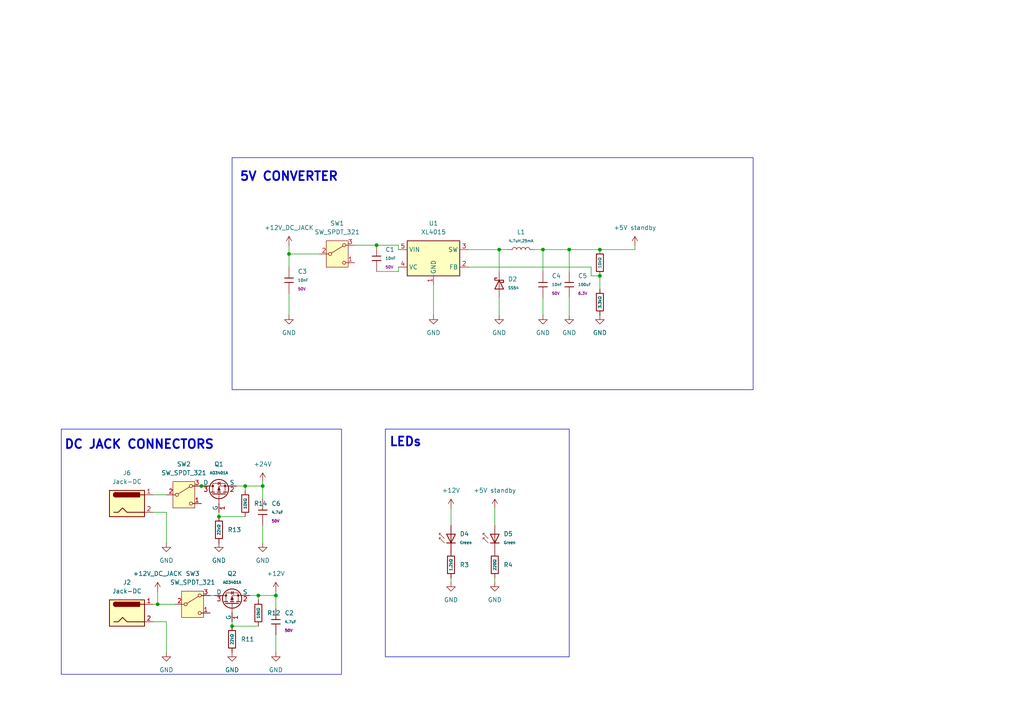
<source format=kicad_sch>
(kicad_sch (version 20231120) (generator "eeschema") (generator_version "8.0")
  (paper "A4")
  (lib_symbols
    (symbol "Connector:Jack-DC" (pin_names (offset 1.016))
      (property "Reference" "J" (at 0 5.334 0))
      (property "Value" "Jack-DC" (at 0 -5.08 0))
      (symbol "Jack-DC_0_1"
        (rectangle (start -5.08 3.81) (end 5.08 -3.81) (stroke (width 0.254)) (fill (type background)))
        (arc (start -3.302 3.175) (mid -3.9343 2.54) (end -3.302 1.905) (stroke (width 0.254)))
        (arc (start -3.302 3.175) (mid -3.9343 2.54) (end -3.302 1.905) (stroke (width 0.254)) (fill (type outline)))
        (polyline (pts (xy 5.08 2.54) (xy 3.81 2.54)) (stroke (width 0.254)))
        (polyline (pts (xy -3.81 -2.54) (xy -2.54 -2.54) (xy -1.27 -1.27) (xy 0 -2.54) (xy 2.54 -2.54) (xy 5.08 -2.54)) (stroke (width 0.254)))
        (rectangle (start 3.683 3.175) (end -3.302 1.905) (stroke (width 0.254)) (fill (type outline)))
      )
      (symbol "Jack-DC_1_1"
        (pin passive line (at 7.62 2.54 180) (length 2.54) (name "~") (number "1"))
        (pin passive line (at 7.62 -2.54 180) (length 2.54) (name "~") (number "2"))
      )
    )
    (symbol "PCM_JLCPCB-Capacitors:0402,10nF" (pin_numbers hide) (pin_names (offset 0))
      (property "Reference" "C" (at 2.032 1.668 0))
      (property "Value" "10nF" (at 2.032 -0.3782 0))
      (property "Voltage Rated" "50V" (at 2.032 -2.0462 0))
      (symbol "0402,10nF_0_1"
        (polyline (pts (xy -1.27 -0.635) (xy 1.27 -0.635)) (stroke (width 0.254)))
        (polyline (pts (xy -1.27 0.635) (xy 1.27 0.635)) (stroke (width 0.254)))
      )
      (symbol "0402,10nF_1_1"
        (pin passive line (at 0 3.81 270) (length 3.175) (name "~") (number "1"))
        (pin passive line (at 0 -3.81 90) (length 3.175) (name "~") (number "2"))
      )
    )
    (symbol "PCM_JLCPCB-Capacitors:1206,100uF" (pin_numbers hide) (pin_names (offset 0))
      (property "Reference" "C" (at 2.032 1.668 0))
      (property "Value" "100uF" (at 2.032 -0.3782 0))
      (property "Voltage Rated" "6.3V" (at 2.032 -2.0462 0))
      (symbol "1206,100uF_0_1"
        (polyline (pts (xy -1.27 -0.635) (xy 1.27 -0.635)) (stroke (width 0.254)))
        (polyline (pts (xy -1.27 0.635) (xy 1.27 0.635)) (stroke (width 0.254)))
      )
      (symbol "1206,100uF_1_1"
        (pin passive line (at 0 3.81 270) (length 3.175) (name "~") (number "1"))
        (pin passive line (at 0 -3.81 90) (length 3.175) (name "~") (number "2"))
      )
    )
    (symbol "PCM_JLCPCB-Capacitors:1206,4.7uF" (pin_numbers hide) (pin_names (offset 0))
      (property "Reference" "C" (at 2.032 1.668 0))
      (property "Value" "4.7uF" (at 2.032 -0.3782 0))
      (property "Voltage Rated" "50V" (at 2.032 -2.0462 0))
      (symbol "1206,4.7uF_0_1"
        (polyline (pts (xy -1.27 -0.635) (xy 1.27 -0.635)) (stroke (width 0.254)))
        (polyline (pts (xy -1.27 0.635) (xy 1.27 0.635)) (stroke (width 0.254)))
      )
      (symbol "1206,4.7uF_1_1"
        (pin passive line (at 0 3.81 270) (length 3.175) (name "~") (number "1"))
        (pin passive line (at 0 -3.81 90) (length 3.175) (name "~") (number "2"))
      )
    )
    (symbol "PCM_JLCPCB-Diodes:LED,0603,Green" (pin_numbers hide) (pin_names (offset 0))
      (property "Reference" "D" (at 2.032 0.834 0))
      (property "Value" "Green" (at 2.032 -1.2122 0))
      (symbol "LED,0603,Green_0_1"
        (polyline (pts (xy -1.27 -1.27) (xy 1.27 -1.27)) (stroke (width 0.254)))
        (polyline (pts (xy -1.27 1.27) (xy 0 -1.27) (xy 1.27 1.27) (xy -1.27 1.27)) (stroke (width 0.254)))
        (polyline (pts (xy -1.905 -1.27) (xy -3.429 0.254) (xy -3.429 -0.254) (xy -3.429 0.254) (xy -2.921 0.254)) (stroke (width 0.127)))
        (polyline (pts (xy -1.905 0) (xy -3.429 1.524) (xy -3.429 1.016) (xy -3.429 1.524) (xy -2.921 1.524)) (stroke (width 0.127)))
      )
      (symbol "LED,0603,Green_1_1"
        (pin passive line (at 0 -3.81 90) (length 3.81) (name "~") (number "1"))
        (pin passive line (at 0 3.81 270) (length 3.81) (name "~") (number "2"))
      )
    )
    (symbol "PCM_JLCPCB-Diodes:Schottky,SS54" (pin_numbers hide) (pin_names (offset 0))
      (property "Reference" "D" (at 2.032 0.834 0))
      (property "Value" "SS54" (at 2.032 -1.2122 0))
      (symbol "Schottky,SS54_0_1"
        (polyline (pts (xy -1.27 1.27) (xy 0 -1.27) (xy 1.27 1.27) (xy -1.27 1.27)) (stroke (width 0.254)))
        (polyline (pts (xy 0.635 -1.905) (xy 1.27 -1.905) (xy 1.27 -1.27) (xy -1.27 -1.27) (xy -1.27 -0.635) (xy -0.635 -0.635)) (stroke (width 0.254)))
      )
      (symbol "Schottky,SS54_1_1"
        (pin passive line (at 0 -3.81 90) (length 3.81) (name "~") (number "1"))
        (pin passive line (at 0 3.81 270) (length 3.81) (name "~") (number "2"))
      )
    )
    (symbol "PCM_JLCPCB-Inductors:4.7uH,25mA" (pin_numbers hide) (pin_names (offset 0))
      (property "Reference" "L" (at 1.2673 0.834 0))
      (property "Value" "4.7uH,25mA" (at 1.2673 -1.2122 0))
      (symbol "4.7uH,25mA_0_1"
        (arc (start 0 -2.54) (mid 0.6323 -1.905) (end 0 -1.27))
        (arc (start 0 -1.27) (mid 0.6323 -0.635) (end 0 0))
        (arc (start 0 0) (mid 0.6323 0.635) (end 0 1.27))
        (arc (start 0 1.27) (mid 0.6323 1.905) (end 0 2.54))
      )
      (symbol "4.7uH,25mA_1_1"
        (pin passive line (at 0 3.81 270) (length 1.27) (name "~") (number "1"))
        (pin passive line (at 0 -3.81 90) (length 1.27) (name "~") (number "2"))
      )
    )
    (symbol "PCM_JLCPCB-Resistors:0402,1.2kΩ" (pin_numbers hide) (pin_names (offset 0))
      (property "Reference" "R" (at 1.778 0 0))
      (property "Value" "1.2kΩ" (at 0 0 90))
      (symbol "0402,1.2kΩ_0_1"
        (rectangle (start -1.016 2.54) (end 1.016 -2.54) (stroke (width 0.254)))
      )
      (symbol "0402,1.2kΩ_1_1"
        (pin passive line (at 0 3.81 270) (length 1.27) (name "~") (number "1"))
        (pin passive line (at 0 -3.81 90) (length 1.27) (name "~") (number "2"))
      )
    )
    (symbol "PCM_JLCPCB-Resistors:0402,220Ω" (pin_numbers hide) (pin_names (offset 0))
      (property "Reference" "R" (at 1.778 0 0))
      (property "Value" "220Ω" (at 0 0 90))
      (symbol "0402,220Ω_0_1"
        (rectangle (start -1.016 2.54) (end 1.016 -2.54) (stroke (width 0.254)))
      )
      (symbol "0402,220Ω_1_1"
        (pin passive line (at 0 3.81 270) (length 1.27) (name "~") (number "1"))
        (pin passive line (at 0 -3.81 90) (length 1.27) (name "~") (number "2"))
      )
    )
    (symbol "PCM_JLCPCB-Resistors:0402,22kΩ" (pin_numbers hide) (pin_names (offset 0))
      (property "Reference" "R" (at 1.778 0 0))
      (property "Value" "22kΩ" (at 0 0 90))
      (symbol "0402,22kΩ_0_1"
        (rectangle (start -1.016 2.54) (end 1.016 -2.54) (stroke (width 0.254)))
      )
      (symbol "0402,22kΩ_1_1"
        (pin passive line (at 0 3.81 270) (length 1.27) (name "~") (number "1"))
        (pin passive line (at 0 -3.81 90) (length 1.27) (name "~") (number "2"))
      )
    )
    (symbol "PCM_JLCPCB-Resistors:0402,3.3kΩ" (pin_numbers hide) (pin_names (offset 0))
      (property "Reference" "R" (at 1.778 0 0))
      (property "Value" "3.3kΩ" (at 0 0 90))
      (symbol "0402,3.3kΩ_0_1"
        (rectangle (start -1.016 2.54) (end 1.016 -2.54) (stroke (width 0.254)))
      )
      (symbol "0402,3.3kΩ_1_1"
        (pin passive line (at 0 3.81 270) (length 1.27) (name "~") (number "1"))
        (pin passive line (at 0 -3.81 90) (length 1.27) (name "~") (number "2"))
      )
    )
    (symbol "PCM_JLCPCB-Resistors:0603,10kΩ" (pin_numbers hide) (pin_names (offset 0))
      (property "Reference" "R" (at 1.778 0 0))
      (property "Value" "10kΩ" (at 0 0 90))
      (symbol "0603,10kΩ_0_1"
        (rectangle (start -1.016 2.54) (end 1.016 -2.54) (stroke (width 0.254)))
      )
      (symbol "0603,10kΩ_1_1"
        (pin passive line (at 0 3.81 270) (length 1.27) (name "~") (number "1"))
        (pin passive line (at 0 -3.81 90) (length 1.27) (name "~") (number "2"))
      )
    )
    (symbol "PCM_JLCPCB-Transistors:PMOS,AO3401A" (pin_names (offset 0))
      (property "Reference" "Q" (at 4.8514 0.834 0))
      (property "Value" "AO3401A" (at 4.8514 -1.2122 0))
      (symbol "PMOS,AO3401A_0_1"
        (polyline (pts (xy 0.254 0) (xy -2.54 0)))
        (polyline (pts (xy 0.254 1.905) (xy 0.254 -1.905)) (stroke (width 0.254)))
        (polyline (pts (xy 0.762 -1.27) (xy 0.762 -2.286)) (stroke (width 0.254)))
        (polyline (pts (xy 0.762 0.508) (xy 0.762 -0.508)) (stroke (width 0.254)))
        (polyline (pts (xy 0.762 2.286) (xy 0.762 1.27)) (stroke (width 0.254)))
        (polyline (pts (xy 2.54 2.54) (xy 2.54 1.778)))
        (polyline (pts (xy 2.54 -2.54) (xy 2.54 0) (xy 0.762 0)))
        (polyline (pts (xy 0.762 1.778) (xy 3.302 1.778) (xy 3.302 -1.778) (xy 0.762 -1.778)))
        (polyline (pts (xy 2.286 0) (xy 1.27 0.381) (xy 1.27 -0.381) (xy 2.286 0)) (fill (type outline)))
        (polyline (pts (xy 2.794 -0.508) (xy 2.921 -0.381) (xy 3.683 -0.381) (xy 3.81 -0.254)))
        (polyline (pts (xy 3.302 -0.381) (xy 2.921 0.254) (xy 3.683 0.254) (xy 3.302 -0.381)))
        (circle (center 1.651 0) (radius 2.794) (stroke (width 0.254)))
        (circle (center 2.54 -1.778) (radius 0.254) (fill (type outline)))
        (circle (center 2.54 1.778) (radius 0.254) (fill (type outline)))
      )
      (symbol "PMOS,AO3401A_1_1"
        (pin input line (at -5.08 0 0) (length 2.54) (name "G") (number "1"))
        (pin passive line (at 2.54 -5.08 90) (length 2.54) (name "S") (number "2"))
        (pin passive line (at 2.54 5.08 270) (length 2.54) (name "D") (number "3"))
      )
    )
    (symbol "Regulator_Switching:XL4015"
      (property "Reference" "U?" (at -6.35 6.35 0))
      (property "Value" "XL4015" (at 6.35 6.35 0))
      (symbol "XL4015_0_1"
        (rectangle (start -7.62 5.08) (end 7.62 -5.08) (stroke (width 0.254)) (fill (type background)))
      )
      (symbol "XL4015_1_1"
        (pin power_in line (at 0 -7.62 90) (length 2.54) (name "GND") (number "1"))
        (pin input line (at 10.16 -2.54 180) (length 2.54) (name "FB") (number "2"))
        (pin power_out line (at 10.16 2.54 180) (length 2.54) (name "SW") (number "3"))
        (pin input line (at -10.16 -2.54 0) (length 2.54) (name "VC") (number "4"))
        (pin power_in line (at -10.16 2.54 0) (length 2.54) (name "VIN") (number "5"))
      )
    )
    (symbol "Switch:SW_SPDT_321" (pin_names (offset 1) hide)
      (property "Reference" "SW" (at 0 5.08 0))
      (property "Value" "SW_SPDT_321" (at 0 -5.08 0))
      (symbol "SW_SPDT_321_0_1"
        (circle (center -2.032 0) (radius 0.4572))
        (polyline (pts (xy -1.651 0.254) (xy 1.651 2.286)))
        (circle (center 2.032 -2.54) (radius 0.4572))
        (circle (center 2.032 2.54) (radius 0.4572))
      )
      (symbol "SW_SPDT_321_1_1"
        (rectangle (start -3.175 3.81) (end 3.175 -3.81) (fill (type background)))
        (pin passive line (at 5.08 -2.54 180) (length 2.54) (name "C") (number "1"))
        (pin passive line (at -5.08 0 0) (length 2.54) (name "B") (number "2"))
        (pin passive line (at 5.08 2.54 180) (length 2.54) (name "A") (number "3"))
      )
    )
    (symbol "power:+12V" (power) (pin_numbers hide) (pin_names (offset 0) hide)
      (property "Value" "+12V" (at 0 3.556 0))
      (symbol "+12V_0_1"
        (polyline (pts (xy -0.762 1.27) (xy 0 2.54)))
        (polyline (pts (xy 0 0) (xy 0 2.54)))
        (polyline (pts (xy 0 2.54) (xy 0.762 1.27)))
      )
      (symbol "+12V_1_1"
        (pin power_in line (at 0 0 90) (length 0) (name "~") (number "1"))
      )
    )
    (symbol "power:+5V" (power) (pin_numbers hide) (pin_names (offset 0) hide)
      (property "Value" "+5V" (at 0 3.556 0))
      (symbol "+5V_0_1"
        (polyline (pts (xy -0.762 1.27) (xy 0 2.54)))
        (polyline (pts (xy 0 0) (xy 0 2.54)))
        (polyline (pts (xy 0 2.54) (xy 0.762 1.27)))
      )
      (symbol "+5V_1_1"
        (pin power_in line (at 0 0 90) (length 0) (name "~") (number "1"))
      )
    )
    (symbol "power:GND" (power) (pin_numbers hide) (pin_names (offset 0) hide)
      (property "Value" "GND" (at 0 -3.81 0))
      (symbol "GND_0_1"
        (polyline (pts (xy 0 0) (xy 0 -1.27) (xy 1.27 -1.27) (xy 0 -2.54) (xy -1.27 -1.27) (xy 0 -1.27)))
      )
      (symbol "GND_1_1"
        (pin power_in line (at 0 0 270) (length 0) (name "~") (number "1"))
      )
    )
  )
  (junction (at 71.12 140.97))
  (junction (at 80.01 172.72))
  (junction (at 67.31 181.61))
  (junction (at 76.2 140.97))
  (junction (at 173.99 72.39))
  (junction (at 157.48 72.39))
  (junction (at 74.93 172.72))
  (junction (at 144.78 72.39))
  (junction (at 45.72 175.26))
  (junction (at 58.42 140.97))
  (junction (at 109.22 71.12))
  (junction (at 63.5 149.86))
  (junction (at 173.99 80.01))
  (junction (at 83.82 73.66))
  (junction (at 165.1 72.39))
  (wire (pts (xy 67.31 181.61) (xy 74.93 181.61)))
  (wire (pts (xy 165.1 86.36) (xy 165.1 91.44)))
  (wire (pts (xy 157.48 72.39) (xy 154.94 72.39)))
  (wire (pts (xy 130.81 147.32) (xy 130.81 152.4)))
  (wire (pts (xy 165.1 72.39) (xy 173.99 72.39)))
  (wire (pts (xy 76.2 139.7) (xy 76.2 140.97)))
  (wire (pts (xy 171.45 80.01) (xy 173.99 80.01)))
  (wire (pts (xy 144.78 86.36) (xy 144.78 91.44)))
  (wire (pts (xy 68.58 140.97) (xy 71.12 140.97)))
  (wire (pts (xy 74.93 172.72) (xy 74.93 173.99)))
  (wire (pts (xy 115.57 78.74) (xy 115.57 77.47)))
  (wire (pts (xy 44.45 180.34) (xy 48.26 180.34)))
  (wire (pts (xy 71.12 140.97) (xy 76.2 140.97)))
  (wire (pts (xy 76.2 152.4) (xy 76.2 157.48)))
  (wire (pts (xy 44.45 148.59) (xy 48.26 148.59)))
  (wire (pts (xy 72.39 172.72) (xy 74.93 172.72)))
  (wire (pts (xy 58.42 140.97) (xy 60.96 140.97)))
  (wire (pts (xy 74.93 172.72) (xy 80.01 172.72)))
  (wire (pts (xy 173.99 72.39) (xy 184.15 72.39)))
  (wire (pts (xy 80.01 171.45) (xy 80.01 172.72)))
  (wire (pts (xy 44.45 143.51) (xy 48.26 143.51)))
  (wire (pts (xy 45.72 171.45) (xy 45.72 175.26)))
  (wire (pts (xy 130.81 167.64) (xy 130.81 168.91)))
  (wire (pts (xy 80.01 172.72) (xy 80.01 176.53)))
  (wire (pts (xy 143.51 147.32) (xy 143.51 152.4)))
  (wire (pts (xy 48.26 148.59) (xy 48.26 157.48)))
  (wire (pts (xy 83.82 85.09) (xy 83.82 91.44)))
  (wire (pts (xy 125.73 82.55) (xy 125.73 91.44)))
  (wire (pts (xy 83.82 71.12) (xy 83.82 73.66)))
  (wire (pts (xy 109.22 78.74) (xy 115.57 78.74)))
  (wire (pts (xy 147.32 72.39) (xy 144.78 72.39)))
  (wire (pts (xy 109.22 71.12) (xy 115.57 71.12)))
  (wire (pts (xy 135.89 72.39) (xy 144.78 72.39)))
  (wire (pts (xy 63.5 149.86) (xy 63.5 148.59)))
  (wire (pts (xy 184.15 71.12) (xy 184.15 72.39)))
  (wire (pts (xy 76.2 140.97) (xy 76.2 144.78)))
  (wire (pts (xy 45.72 175.26) (xy 50.8 175.26)))
  (wire (pts (xy 80.01 184.15) (xy 80.01 189.23)))
  (wire (pts (xy 143.51 167.64) (xy 143.51 168.91)))
  (wire (pts (xy 83.82 73.66) (xy 83.82 77.47)))
  (wire (pts (xy 157.48 78.74) (xy 157.48 72.39)))
  (wire (pts (xy 83.82 73.66) (xy 92.71 73.66)))
  (wire (pts (xy 171.45 77.47) (xy 171.45 80.01)))
  (wire (pts (xy 135.89 77.47) (xy 171.45 77.47)))
  (wire (pts (xy 165.1 72.39) (xy 157.48 72.39)))
  (wire (pts (xy 157.48 86.36) (xy 157.48 91.44)))
  (wire (pts (xy 165.1 78.74) (xy 165.1 72.39)))
  (wire (pts (xy 173.99 80.01) (xy 173.99 83.82)))
  (wire (pts (xy 102.87 71.12) (xy 109.22 71.12)))
  (wire (pts (xy 115.57 71.12) (xy 115.57 72.39)))
  (wire (pts (xy 67.31 181.61) (xy 67.31 180.34)))
  (wire (pts (xy 71.12 140.97) (xy 71.12 142.24)))
  (wire (pts (xy 48.26 180.34) (xy 48.26 189.23)))
  (wire (pts (xy 60.96 172.72) (xy 62.23 172.72)))
  (wire (pts (xy 63.5 149.86) (xy 71.12 149.86)))
  (wire (pts (xy 144.78 72.39) (xy 144.78 78.74)))
  (wire (pts (xy 44.45 175.26) (xy 45.72 175.26)))
  (rectangle (start 17.78 124.46) (end 99.06 195.58))
  (rectangle (start 111.76 124.46) (end 165.1 190.5))
  (rectangle (start 67.31 45.72) (end 218.44 113.03))
  (text "LEDs" (at 117.602 128.27 0) (effects (font (size 2.54 2.54) (thickness 0.508) (bold yes))))
  (text "5V CONVERTER" (at 83.82 51.308 0) (effects (font (size 2.54 2.54) (thickness 0.508) (bold yes))))
  (text "DC JACK CONNECTORS" (at 40.386 129.032 0) (effects (font (size 2.54 2.54) (thickness 0.508) (bold yes))))
  (symbol (lib_id "power:+5V") (at 143.51 147.32 0) (unit 1)
    (property "Reference" "#PWR037" (effects (hide yes)))
    (property "Value" "+5V standby" (at 143.51 142.24 0))
    (property "Description" "Power symbol creates a global label with name \"+5V\"" (effects (hide yes)))
  )
  (symbol (lib_id "PCM_JLCPCB-Resistors:0402,220Ω") (at 143.51 163.83 0) (unit 1)
    (property "Reference" "R4" (at 146.05 163.8299 0) (effects (justify left)))
    (property "Value" "220Ω" (at 143.51 163.83 90) (effects (font (size 0.8 0.8))))
    (property "Footprint" "PCM_JLCPCB:R_0402" (effects (hide yes)))
    (property "Datasheet" "https://www.lcsc.com/datasheet/lcsc_datasheet_2205311900_UNI-ROYAL-Uniroyal-Elec-0402WGF2200TCE_C25091.pdf" (effects (hide yes)))
    (property "Description" "62.5mW Thick Film Resistors 50V ±100ppm/°C ±1% 220Ω 0402 Chip Resistor - Surface Mount ROHS" (effects (hide yes)))
    (property "LCSC" "C25091" (effects (hide yes)))
    (property "Stock" "770077" (effects (hide yes)))
    (property "Price" "0.004USD" (effects (hide yes)))
    (property "Process" "SMT" (effects (hide yes)))
    (property "Minimum Qty" "20" (effects (hide yes)))
    (property "Attrition Qty" "10" (effects (hide yes)))
    (property "Class" "Basic Component" (effects (hide yes)))
    (property "Category" "Resistors,Chip Resistor - Surface Mount" (effects (hide yes)))
    (property "Manufacturer" "UNI-ROYAL(Uniroyal Elec)" (effects (hide yes)))
    (property "Part" "0402WGF2200TCE" (effects (hide yes)))
    (property "Resistance" "220Ω" (effects (hide yes)))
    (property "Power(Watts)" "62.5mW" (effects (hide yes)))
    (property "Type" "Thick Film Resistors" (effects (hide yes)))
    (property "Overload Voltage (Max)" "50V" (effects (hide yes)))
    (property "Operating Temperature Range" "-55°C~+155°C" (effects (hide yes)))
    (property "Tolerance" "±1%" (effects (hide yes)))
    (property "Temperature Coefficient" "±100ppm/°C" (effects (hide yes)))
  )
  (symbol (lib_id "PCM_JLCPCB-Inductors:4.7uH,25mA") (at 151.13 72.39 90) (unit 1)
    (property "Reference" "L1" (at 151.13 67.31 90))
    (property "Value" "4.7uH,25mA" (at 151.13 69.85 90) (effects (font (size 0.8 0.8))))
    (property "Footprint" "PCM_JLCPCB:L_1206" (effects (hide yes)))
    (property "Datasheet" "https://www.lcsc.com/datasheet/lcsc_datasheet_2302231101_FH--Guangdong-Fenghua-Advanced-Tech-CMI321609U4R7KT_C1049.pdf" (effects (hide yes)))
    (property "Description" "25mA 4.7uH ±10% 650mΩ 1206 Inductors (SMD) ROHS" (effects (hide yes)))
    (property "LCSC" "C1049" (effects (hide yes)))
    (property "Stock" "18027" (effects (hide yes)))
    (property "Price" "0.019USD" (effects (hide yes)))
    (property "Process" "SMT" (effects (hide yes)))
    (property "Minimum Qty" "20" (effects (hide yes)))
    (property "Attrition Qty" "10" (effects (hide yes)))
    (property "Class" "Preferred Component" (effects (hide yes)))
    (property "Category" "Inductors/Coils/Transformers,Inductors (SMD)" (effects (hide yes)))
    (property "Manufacturer" "FH(Guangdong Fenghua Advanced Tech)" (effects (hide yes)))
    (property "Part" "CMI321609U4R7KT" (effects (hide yes)))
    (property "Inductance" "4.7uH" (effects (hide yes)))
    (property "Q @ Freq" "35@10MHz" (effects (hide yes)))
    (property "Frequency - Self Resonant" "35MHz" (effects (hide yes)))
    (property "Tolerance" "±10%" (effects (hide yes)))
    (property "Rated Current" "25mA" (effects (hide yes)))
    (property "DC Resistance (DCR)" "650mΩ" (effects (hide yes)))
  )
  (symbol (lib_id "PCM_JLCPCB-Transistors:PMOS,AO3401A") (at 63.5 143.51 90) (unit 1)
    (property "Reference" "Q1" (at 63.5 134.62 90))
    (property "Value" "AO3401A" (at 63.5 137.16 90) (effects (font (size 0.8 0.8))))
    (property "Footprint" "PCM_JLCPCB:Q_SOT-23" (effects (hide yes)))
    (property "Datasheet" "https://www.lcsc.com/datasheet/lcsc_datasheet_1810171817_Alpha---Omega-Semicon-AO3401A_C15127.pdf" (effects (hide yes)))
    (property "Description" "30V 4A 44mΩ@10V,4.3A 1.4W 1.3V@250uA 1 Piece P-Channel SOT-23 MOSFETs ROHS" (effects (hide yes)))
    (property "LCSC" "C15127" (effects (hide yes)))
    (property "Stock" "839541" (effects (hide yes)))
    (property "Price" "0.054USD" (effects (hide yes)))
    (property "Process" "SMT" (effects (hide yes)))
    (property "Minimum Qty" "5" (effects (hide yes)))
    (property "Attrition Qty" "4" (effects (hide yes)))
    (property "Class" "Basic Component" (effects (hide yes)))
    (property "Category" "Transistors,MOSFETs" (effects (hide yes)))
    (property "Manufacturer" "Alpha & Omega Semicon" (effects (hide yes)))
    (property "Part" "AO3401A" (effects (hide yes)))
    (property "Continuous Drain Current (Id)" "4A" (effects (hide yes)))
    (property "Input Capacitance (Ciss@Vds)" "1.2nF@15V" (effects (hide yes)))
    (property "Operating Temperature" "-55°C~+150°C@(Tj)" (effects (hide yes)))
    (property "Type" "1 Piece P-Channel" (effects (hide yes)))
    (property "Drain Source Voltage (Vdss)" "30V" (effects (hide yes)))
    (property "Power Dissipation (Pd)" "1.4W" (effects (hide yes)))
    (property "Gate Threshold Voltage (Vgs(th)@Id)" "1.3V@250uA" (effects (hide yes)))
    (property "Drain Source On Resistance (RDS(on)@Vgs,Id)" "44mΩ@10V,4.3A" (effects (hide yes)))
    (property "Total Gate Charge (Qg@Vgs)" "12.2nC@4.5V" (effects (hide yes)))
  )
  (symbol (lib_id "PCM_JLCPCB-Resistors:0402,3.3kΩ") (at 173.99 87.63 0) (unit 1)
    (property "Reference" "R2" (effects (hide yes)))
    (property "Value" "3.3kΩ" (at 173.99 87.63 90) (effects (font (size 0.8 0.8))))
    (property "Footprint" "PCM_JLCPCB:R_0402" (effects (hide yes)))
    (property "Datasheet" "https://www.lcsc.com/datasheet/lcsc_datasheet_2206010045_UNI-ROYAL-Uniroyal-Elec-0402WGF3301TCE_C25890.pdf" (effects (hide yes)))
    (property "Description" "62.5mW Thick Film Resistors 50V ±100ppm/°C ±1% 3.3kΩ 0402 Chip Resistor - Surface Mount ROHS" (effects (hide yes)))
    (property "LCSC" "C25890" (effects (hide yes)))
    (property "Stock" "771339" (effects (hide yes)))
    (property "Price" "0.004USD" (effects (hide yes)))
    (property "Process" "SMT" (effects (hide yes)))
    (property "Minimum Qty" "20" (effects (hide yes)))
    (property "Attrition Qty" "10" (effects (hide yes)))
    (property "Class" "Basic Component" (effects (hide yes)))
    (property "Category" "Resistors,Chip Resistor - Surface Mount" (effects (hide yes)))
    (property "Manufacturer" "UNI-ROYAL(Uniroyal Elec)" (effects (hide yes)))
    (property "Part" "0402WGF3301TCE" (effects (hide yes)))
    (property "Resistance" "3.3kΩ" (effects (hide yes)))
    (property "Power(Watts)" "62.5mW" (effects (hide yes)))
    (property "Type" "Thick Film Resistors" (effects (hide yes)))
    (property "Overload Voltage (Max)" "50V" (effects (hide yes)))
    (property "Operating Temperature Range" "-55°C~+155°C" (effects (hide yes)))
    (property "Tolerance" "±1%" (effects (hide yes)))
    (property "Temperature Coefficient" "±100ppm/°C" (effects (hide yes)))
  )
  (symbol (lib_id "power:GND") (at 76.2 157.48 0) (unit 1)
    (property "Reference" "#PWR020" (effects (hide yes)))
    (property "Value" "GND" (at 76.2 162.56 0))
    (property "Description" "Power symbol creates a global label with name \"GND\" , ground" (effects (hide yes)))
  )
  (symbol (lib_id "PCM_JLCPCB-Capacitors:1206,100uF") (at 165.1 82.55 0) (unit 1)
    (property "Reference" "C5" (at 167.64 80.0099 0) (effects (justify left)))
    (property "Value" "100uF" (at 167.64 82.55 0) (effects (font (size 0.8 0.8)) (justify left)))
    (property "Footprint" "PCM_JLCPCB:C_1206" (effects (hide yes)))
    (property "Datasheet" "https://www.lcsc.com/datasheet/lcsc_datasheet_2304140030_Samsung-Electro-Mechanics-CL31A107MQHNNNE_C15008.pdf" (effects (hide yes)))
    (property "Description" "6.3V 100uF X5R ±20% 1206 Multilayer Ceramic Capacitors MLCC - SMD/SMT ROHS" (effects (hide yes)))
    (property "LCSC" "C15008" (effects (hide yes)))
    (property "Stock" "168402" (effects (hide yes)))
    (property "Price" "0.063USD" (effects (hide yes)))
    (property "Process" "SMT" (effects (hide yes)))
    (property "Minimum Qty" "5" (effects (hide yes)))
    (property "Attrition Qty" "4" (effects (hide yes)))
    (property "Class" "Basic Component" (effects (hide yes)))
    (property "Category" "Capacitors,Multilayer Ceramic Capacitors MLCC - SMD/SMT" (effects (hide yes)))
    (property "Manufacturer" "Samsung Electro-Mechanics" (effects (hide yes)))
    (property "Part" "CL31A107MQHNNNE" (effects (hide yes)))
    (property "Voltage Rated" "6.3V" (at 167.64 85.09 0) (effects (font (size 0.8 0.8)) (justify left)))
    (property "Tolerance" "±20%" (effects (hide yes)))
    (property "Capacitance" "100uF" (effects (hide yes)))
    (property "Temperature Coefficient" "X5R" (effects (hide yes)))
  )
  (symbol (lib_id "PCM_JLCPCB-Resistors:0402,1.2kΩ") (at 130.81 163.83 0) (unit 1)
    (property "Reference" "R3" (at 133.35 163.8299 0) (effects (justify left)))
    (property "Value" "1.2kΩ" (at 130.81 163.83 90) (effects (font (size 0.8 0.8))))
    (property "Footprint" "PCM_JLCPCB:R_0402" (effects (hide yes)))
    (property "Datasheet" "https://www.lcsc.com/datasheet/lcsc_datasheet_2206010045_UNI-ROYAL-Uniroyal-Elec-0402WGF1201TCE_C25862.pdf" (effects (hide yes)))
    (property "Description" "62.5mW Thick Film Resistors 50V ±100ppm/°C ±1% 1.2kΩ 0402 Chip Resistor - Surface Mount ROHS" (effects (hide yes)))
    (property "LCSC" "C25862" (effects (hide yes)))
    (property "Stock" "116628" (effects (hide yes)))
    (property "Price" "0.004USD" (effects (hide yes)))
    (property "Process" "SMT" (effects (hide yes)))
    (property "Minimum Qty" "20" (effects (hide yes)))
    (property "Attrition Qty" "10" (effects (hide yes)))
    (property "Class" "Preferred Component" (effects (hide yes)))
    (property "Category" "Resistors,Chip Resistor - Surface Mount" (effects (hide yes)))
    (property "Manufacturer" "UNI-ROYAL(Uniroyal Elec)" (effects (hide yes)))
    (property "Part" "0402WGF1201TCE" (effects (hide yes)))
    (property "Resistance" "1.2kΩ" (effects (hide yes)))
    (property "Power(Watts)" "62.5mW" (effects (hide yes)))
    (property "Type" "Thick Film Resistors" (effects (hide yes)))
    (property "Overload Voltage (Max)" "50V" (effects (hide yes)))
    (property "Operating Temperature Range" "-55°C~+155°C" (effects (hide yes)))
    (property "Tolerance" "±1%" (effects (hide yes)))
    (property "Temperature Coefficient" "±100ppm/°C" (effects (hide yes)))
  )
  (symbol (lib_id "PCM_JLCPCB-Capacitors:1206,4.7uF") (at 80.01 180.34 0) (unit 1)
    (property "Reference" "C2" (at 82.55 177.7999 0) (effects (justify left)))
    (property "Value" "4.7uF" (at 82.55 180.34 0) (effects (font (size 0.8 0.8)) (justify left)))
    (property "Footprint" "PCM_JLCPCB:C_1206" (effects (hide yes)))
    (property "Datasheet" "https://www.lcsc.com/datasheet/lcsc_datasheet_2304140030_FH--Guangdong-Fenghua-Advanced-Tech-1206B475K500NT_C29823.pdf" (effects (hide yes)))
    (property "Description" "50V 4.7uF X7R ±10% 1206 Multilayer Ceramic Capacitors MLCC - SMD/SMT ROHS" (effects (hide yes)))
    (property "LCSC" "C29823" (effects (hide yes)))
    (property "Stock" "351206" (effects (hide yes)))
    (property "Price" "0.031USD" (effects (hide yes)))
    (property "Process" "SMT" (effects (hide yes)))
    (property "Minimum Qty" "20" (effects (hide yes)))
    (property "Attrition Qty" "8" (effects (hide yes)))
    (property "Class" "Basic Component" (effects (hide yes)))
    (property "Category" "Capacitors,Multilayer Ceramic Capacitors MLCC - SMD/SMT" (effects (hide yes)))
    (property "Manufacturer" "FH(Guangdong Fenghua Advanced Tech)" (effects (hide yes)))
    (property "Part" "1206B475K500NT" (effects (hide yes)))
    (property "Voltage Rated" "50V" (at 82.55 182.88 0) (effects (font (size 0.8 0.8)) (justify left)))
    (property "Tolerance" "±10%" (effects (hide yes)))
    (property "Capacitance" "4.7uF" (effects (hide yes)))
    (property "Temperature Coefficient" "X7R" (effects (hide yes)))
  )
  (symbol (lib_id "power:GND") (at 173.99 91.44 0) (unit 1)
    (property "Reference" "#PWR031" (effects (hide yes)))
    (property "Value" "GND" (at 173.99 96.52 0))
    (property "Description" "Power symbol creates a global label with name \"GND\" , ground" (effects (hide yes)))
  )
  (symbol (lib_id "power:+12V") (at 45.72 171.45 0) (unit 1)
    (property "Reference" "#PWR045" (effects (hide yes)))
    (property "Value" "+12V_DC_JACK" (at 45.72 166.37 0))
    (property "Description" "Power symbol creates a global label with name \"+12V\"" (effects (hide yes)))
  )
  (symbol (lib_id "PCM_JLCPCB-Resistors:0402,22kΩ") (at 67.31 185.42 0) (unit 1)
    (property "Reference" "R11" (at 69.85 185.4199 0) (effects (justify left)))
    (property "Value" "22kΩ" (at 67.31 185.42 90) (effects (font (size 0.8 0.8))))
    (property "Footprint" "PCM_JLCPCB:R_0402" (effects (hide yes)))
    (property "Datasheet" "https://www.lcsc.com/datasheet/lcsc_datasheet_2206010100_UNI-ROYAL-Uniroyal-Elec-0402WGF2202TCE_C25768.pdf" (effects (hide yes)))
    (property "Description" "62.5mW Thick Film Resistors 50V ±100ppm/°C ±1% 22kΩ 0402 Chip Resistor - Surface Mount ROHS" (effects (hide yes)))
    (property "LCSC" "C25768" (effects (hide yes)))
    (property "Stock" "474609" (effects (hide yes)))
    (property "Price" "0.004USD" (effects (hide yes)))
    (property "Process" "SMT" (effects (hide yes)))
    (property "Minimum Qty" "20" (effects (hide yes)))
    (property "Attrition Qty" "10" (effects (hide yes)))
    (property "Class" "Basic Component" (effects (hide yes)))
    (property "Category" "Resistors,Chip Resistor - Surface Mount" (effects (hide yes)))
    (property "Manufacturer" "UNI-ROYAL(Uniroyal Elec)" (effects (hide yes)))
    (property "Part" "0402WGF2202TCE" (effects (hide yes)))
    (property "Resistance" "22kΩ" (effects (hide yes)))
    (property "Power(Watts)" "62.5mW" (effects (hide yes)))
    (property "Type" "Thick Film Resistors" (effects (hide yes)))
    (property "Overload Voltage (Max)" "50V" (effects (hide yes)))
    (property "Operating Temperature Range" "-55°C~+155°C" (effects (hide yes)))
    (property "Tolerance" "±1%" (effects (hide yes)))
    (property "Temperature Coefficient" "±100ppm/°C" (effects (hide yes)))
  )
  (symbol (lib_id "power:GND") (at 48.26 189.23 0) (unit 1)
    (property "Reference" "#PWR011" (effects (hide yes)))
    (property "Value" "GND" (at 48.26 194.31 0))
    (property "Description" "Power symbol creates a global label with name \"GND\" , ground" (effects (hide yes)))
  )
  (symbol (lib_id "PCM_JLCPCB-Capacitors:1206,4.7uF") (at 76.2 148.59 0) (unit 1)
    (property "Reference" "C6" (at 78.74 146.0499 0) (effects (justify left)))
    (property "Value" "4.7uF" (at 78.74 148.59 0) (effects (font (size 0.8 0.8)) (justify left)))
    (property "Footprint" "PCM_JLCPCB:C_1206" (effects (hide yes)))
    (property "Datasheet" "https://www.lcsc.com/datasheet/lcsc_datasheet_2304140030_FH--Guangdong-Fenghua-Advanced-Tech-1206B475K500NT_C29823.pdf" (effects (hide yes)))
    (property "Description" "50V 4.7uF X7R ±10% 1206 Multilayer Ceramic Capacitors MLCC - SMD/SMT ROHS" (effects (hide yes)))
    (property "LCSC" "C29823" (effects (hide yes)))
    (property "Stock" "351206" (effects (hide yes)))
    (property "Price" "0.031USD" (effects (hide yes)))
    (property "Process" "SMT" (effects (hide yes)))
    (property "Minimum Qty" "20" (effects (hide yes)))
    (property "Attrition Qty" "8" (effects (hide yes)))
    (property "Class" "Basic Component" (effects (hide yes)))
    (property "Category" "Capacitors,Multilayer Ceramic Capacitors MLCC - SMD/SMT" (effects (hide yes)))
    (property "Manufacturer" "FH(Guangdong Fenghua Advanced Tech)" (effects (hide yes)))
    (property "Part" "1206B475K500NT" (effects (hide yes)))
    (property "Voltage Rated" "50V" (at 78.74 151.13 0) (effects (font (size 0.8 0.8)) (justify left)))
    (property "Tolerance" "±10%" (effects (hide yes)))
    (property "Capacitance" "4.7uF" (effects (hide yes)))
    (property "Temperature Coefficient" "X7R" (effects (hide yes)))
  )
  (symbol (lib_id "PCM_JLCPCB-Resistors:0603,10kΩ") (at 74.93 177.8 180) (unit 1)
    (property "Reference" "R12" (at 77.47 177.7999 0) (effects (justify right)))
    (property "Value" "10kΩ" (at 74.93 177.8 90) (effects (font (size 0.8 0.8))))
    (property "Footprint" "PCM_JLCPCB:R_0603" (effects (hide yes)))
    (property "Datasheet" "https://www.lcsc.com/datasheet/lcsc_datasheet_2206010045_UNI-ROYAL-Uniroyal-Elec-0603WAF1002T5E_C25804.pdf" (effects (hide yes)))
    (property "Description" "100mW Thick Film Resistors 75V ±100ppm/°C ±1% 10kΩ 0603 Chip Resistor - Surface Mount ROHS" (effects (hide yes)))
    (property "LCSC" "C25804" (effects (hide yes)))
    (property "Stock" "33919537" (effects (hide yes)))
    (property "Price" "0.004USD" (effects (hide yes)))
    (property "Process" "SMT" (effects (hide yes)))
    (property "Minimum Qty" "20" (effects (hide yes)))
    (property "Attrition Qty" "10" (effects (hide yes)))
    (property "Class" "Basic Component" (effects (hide yes)))
    (property "Category" "Resistors,Chip Resistor - Surface Mount" (effects (hide yes)))
    (property "Manufacturer" "UNI-ROYAL(Uniroyal Elec)" (effects (hide yes)))
    (property "Part" "0603WAF1002T5E" (effects (hide yes)))
    (property "Resistance" "10kΩ" (effects (hide yes)))
    (property "Power(Watts)" "100mW" (effects (hide yes)))
    (property "Type" "Thick Film Resistors" (effects (hide yes)))
    (property "Overload Voltage (Max)" "75V" (effects (hide yes)))
    (property "Operating Temperature Range" "-55°C~+155°C" (effects (hide yes)))
    (property "Tolerance" "±1%" (effects (hide yes)))
    (property "Temperature Coefficient" "±100ppm/°C" (effects (hide yes)))
  )
  (symbol (lib_id "power:GND") (at 165.1 91.44 0) (unit 1)
    (property "Reference" "#PWR030" (effects (hide yes)))
    (property "Value" "GND" (at 165.1 96.52 0))
    (property "Description" "Power symbol creates a global label with name \"GND\" , ground" (effects (hide yes)))
  )
  (symbol (lib_id "PCM_JLCPCB-Diodes:LED,0603,Green") (at 130.81 156.21 0) (unit 1)
    (property "Reference" "D4" (at 133.35 154.8446 0) (effects (justify left)))
    (property "Value" "Green" (at 133.35 157.3847 0) (effects (font (size 0.8 0.8)) (justify left)))
    (property "Footprint" "PCM_JLCPCB:D_0603" (effects (hide yes)))
    (property "Datasheet" "https://wmsc.lcsc.com/wmsc/upload/file/pdf/v2/lcsc/2207051802_Everlight-Elec-19-217-GHC-YR1S2-6T_C2986059.pdf" (effects (hide yes)))
    (property "Description" "0603 LED Indication - Discrete ROHS" (effects (hide yes)))
    (property "LCSC" "C2986059" (effects (hide yes)))
    (property "Stock" "248102" (effects (hide yes)))
    (property "Price" "0.021USD" (effects (hide yes)))
    (property "Process" "SMT" (effects (hide yes)))
    (property "Minimum Qty" "20" (effects (hide yes)))
    (property "Attrition Qty" "8" (effects (hide yes)))
    (property "Class" "Preferred Component" (effects (hide yes)))
    (property "Category" "Optocoupler/LED/Digital Tube/Photoelectric Device,Light Emitting Diodes (LED)" (effects (hide yes)))
    (property "Manufacturer" "Everlight Elec" (effects (hide yes)))
    (property "Part" "19-217/GHC-YR1S2/6T" (effects (hide yes)))
  )
  (symbol (lib_id "PCM_JLCPCB-Capacitors:0402,10nF") (at 157.48 82.55 0) (unit 1)
    (property "Reference" "C4" (at 160.02 80.0099 0) (effects (justify left)))
    (property "Value" "10nF" (at 160.02 82.55 0) (effects (font (size 0.8 0.8)) (justify left)))
    (property "Footprint" "PCM_JLCPCB:C_0402" (effects (hide yes)))
    (property "Datasheet" "https://www.lcsc.com/datasheet/lcsc_datasheet_2304140030_Samsung-Electro-Mechanics-CL05B103KB5NNNC_C15195.pdf" (effects (hide yes)))
    (property "Description" "50V 10nF X7R ±10% 0402 Multilayer Ceramic Capacitors MLCC - SMD/SMT ROHS" (effects (hide yes)))
    (property "LCSC" "C15195" (effects (hide yes)))
    (property "Stock" "1714779" (effects (hide yes)))
    (property "Price" "0.005USD" (effects (hide yes)))
    (property "Process" "SMT" (effects (hide yes)))
    (property "Minimum Qty" "20" (effects (hide yes)))
    (property "Attrition Qty" "10" (effects (hide yes)))
    (property "Class" "Basic Component" (effects (hide yes)))
    (property "Category" "Capacitors,Multilayer Ceramic Capacitors MLCC - SMD/SMT" (effects (hide yes)))
    (property "Manufacturer" "Samsung Electro-Mechanics" (effects (hide yes)))
    (property "Part" "CL05B103KB5NNNC" (effects (hide yes)))
    (property "Voltage Rated" "50V" (at 160.02 85.09 0) (effects (font (size 0.8 0.8)) (justify left)))
    (property "Tolerance" "±10%" (effects (hide yes)))
    (property "Capacitance" "10nF" (effects (hide yes)))
    (property "Temperature Coefficient" "X7R" (effects (hide yes)))
  )
  (symbol (lib_id "power:GND") (at 130.81 168.91 0) (unit 1)
    (property "Reference" "#PWR017" (effects (hide yes)))
    (property "Value" "GND" (at 130.81 173.99 0))
    (property "Description" "Power symbol creates a global label with name \"GND\" , ground" (effects (hide yes)))
  )
  (symbol (lib_id "PCM_JLCPCB-Transistors:PMOS,AO3401A") (at 67.31 175.26 90) (unit 1)
    (property "Reference" "Q2" (at 67.31 166.37 90))
    (property "Value" "AO3401A" (at 67.31 168.91 90) (effects (font (size 0.8 0.8))))
    (property "Footprint" "PCM_JLCPCB:Q_SOT-23" (effects (hide yes)))
    (property "Datasheet" "https://www.lcsc.com/datasheet/lcsc_datasheet_1810171817_Alpha---Omega-Semicon-AO3401A_C15127.pdf" (effects (hide yes)))
    (property "Description" "30V 4A 44mΩ@10V,4.3A 1.4W 1.3V@250uA 1 Piece P-Channel SOT-23 MOSFETs ROHS" (effects (hide yes)))
    (property "LCSC" "C15127" (effects (hide yes)))
    (property "Stock" "839541" (effects (hide yes)))
    (property "Price" "0.054USD" (effects (hide yes)))
    (property "Process" "SMT" (effects (hide yes)))
    (property "Minimum Qty" "5" (effects (hide yes)))
    (property "Attrition Qty" "4" (effects (hide yes)))
    (property "Class" "Basic Component" (effects (hide yes)))
    (property "Category" "Transistors,MOSFETs" (effects (hide yes)))
    (property "Manufacturer" "Alpha & Omega Semicon" (effects (hide yes)))
    (property "Part" "AO3401A" (effects (hide yes)))
    (property "Continuous Drain Current (Id)" "4A" (effects (hide yes)))
    (property "Input Capacitance (Ciss@Vds)" "1.2nF@15V" (effects (hide yes)))
    (property "Operating Temperature" "-55°C~+150°C@(Tj)" (effects (hide yes)))
    (property "Type" "1 Piece P-Channel" (effects (hide yes)))
    (property "Drain Source Voltage (Vdss)" "30V" (effects (hide yes)))
    (property "Power Dissipation (Pd)" "1.4W" (effects (hide yes)))
    (property "Gate Threshold Voltage (Vgs(th)@Id)" "1.3V@250uA" (effects (hide yes)))
    (property "Drain Source On Resistance (RDS(on)@Vgs,Id)" "44mΩ@10V,4.3A" (effects (hide yes)))
    (property "Total Gate Charge (Qg@Vgs)" "12.2nC@4.5V" (effects (hide yes)))
  )
  (symbol (lib_id "power:GND") (at 157.48 91.44 0) (unit 1)
    (property "Reference" "#PWR029" (effects (hide yes)))
    (property "Value" "GND" (at 157.48 96.52 0))
    (property "Description" "Power symbol creates a global label with name \"GND\" , ground" (effects (hide yes)))
  )
  (symbol (lib_id "power:GND") (at 144.78 91.44 0) (unit 1)
    (property "Reference" "#PWR027" (effects (hide yes)))
    (property "Value" "GND" (at 144.78 96.52 0))
    (property "Description" "Power symbol creates a global label with name \"GND\" , ground" (effects (hide yes)))
  )
  (symbol (lib_id "power:+12V") (at 83.82 71.12 0) (unit 1)
    (property "Reference" "#PWR019" (effects (hide yes)))
    (property "Value" "+12V_DC_JACK" (at 83.82 66.04 0))
    (property "Description" "Power symbol creates a global label with name \"+12V\"" (effects (hide yes)))
  )
  (symbol (lib_id "PCM_JLCPCB-Resistors:0402,22kΩ") (at 63.5 153.67 0) (unit 1)
    (property "Reference" "R13" (at 66.04 153.6699 0) (effects (justify left)))
    (property "Value" "22kΩ" (at 63.5 153.67 90) (effects (font (size 0.8 0.8))))
    (property "Footprint" "PCM_JLCPCB:R_0402" (effects (hide yes)))
    (property "Datasheet" "https://www.lcsc.com/datasheet/lcsc_datasheet_2206010100_UNI-ROYAL-Uniroyal-Elec-0402WGF2202TCE_C25768.pdf" (effects (hide yes)))
    (property "Description" "62.5mW Thick Film Resistors 50V ±100ppm/°C ±1% 22kΩ 0402 Chip Resistor - Surface Mount ROHS" (effects (hide yes)))
    (property "LCSC" "C25768" (effects (hide yes)))
    (property "Stock" "474609" (effects (hide yes)))
    (property "Price" "0.004USD" (effects (hide yes)))
    (property "Process" "SMT" (effects (hide yes)))
    (property "Minimum Qty" "20" (effects (hide yes)))
    (property "Attrition Qty" "10" (effects (hide yes)))
    (property "Class" "Basic Component" (effects (hide yes)))
    (property "Category" "Resistors,Chip Resistor - Surface Mount" (effects (hide yes)))
    (property "Manufacturer" "UNI-ROYAL(Uniroyal Elec)" (effects (hide yes)))
    (property "Part" "0402WGF2202TCE" (effects (hide yes)))
    (property "Resistance" "22kΩ" (effects (hide yes)))
    (property "Power(Watts)" "62.5mW" (effects (hide yes)))
    (property "Type" "Thick Film Resistors" (effects (hide yes)))
    (property "Overload Voltage (Max)" "50V" (effects (hide yes)))
    (property "Operating Temperature Range" "-55°C~+155°C" (effects (hide yes)))
    (property "Tolerance" "±1%" (effects (hide yes)))
    (property "Temperature Coefficient" "±100ppm/°C" (effects (hide yes)))
  )
  (symbol (lib_id "power:+12V") (at 80.01 171.45 0) (unit 1)
    (property "Reference" "#PWR016" (effects (hide yes)))
    (property "Value" "+12V" (at 80.01 166.37 0))
    (property "Description" "Power symbol creates a global label with name \"+12V\"" (effects (hide yes)))
  )
  (symbol (lib_id "power:GND") (at 48.26 157.48 0) (unit 1)
    (property "Reference" "#PWR03" (effects (hide yes)))
    (property "Value" "GND" (at 48.26 162.56 0))
    (property "Description" "Power symbol creates a global label with name \"GND\" , ground" (effects (hide yes)))
  )
  (symbol (lib_id "Connector:Jack-DC") (at 36.83 146.05 0) (unit 1)
    (property "Reference" "J6" (at 36.83 137.16 0))
    (property "Value" "Jack-DC" (at 36.83 139.7 0))
    (property "Description" "DC Barrel Jack" (effects (hide yes)))
  )
  (symbol (lib_id "Regulator_Switching:XL4015") (at 125.73 74.93 0) (unit 1)
    (property "Reference" "U1" (at 125.73 64.77 0))
    (property "Value" "XL4015" (at 125.73 67.31 0))
    (property "Footprint" "Package_TO_SOT_SMD:TO-263-5_TabPin3" (effects (hide yes)))
    (property "Datasheet" "http://www.xlsemi.net/datasheet/XL4015%20datasheet-English.pdf" (effects (hide yes)))
    (property "Description" "5A 180kHz 36V Buck DC to DC Converter" (effects (hide yes)))
  )
  (symbol (lib_id "power:GND") (at 125.73 91.44 0) (unit 1)
    (property "Reference" "#PWR025" (effects (hide yes)))
    (property "Value" "GND" (at 125.73 96.52 0))
    (property "Description" "Power symbol creates a global label with name \"GND\" , ground" (effects (hide yes)))
  )
  (symbol (lib_id "power:GND") (at 143.51 168.91 0) (unit 1)
    (property "Reference" "#PWR038" (effects (hide yes)))
    (property "Value" "GND" (at 143.51 173.99 0))
    (property "Description" "Power symbol creates a global label with name \"GND\" , ground" (effects (hide yes)))
  )
  (symbol (lib_id "PCM_JLCPCB-Capacitors:0402,10nF") (at 109.22 74.93 0) (unit 1)
    (property "Reference" "C1" (at 111.76 72.3899 0) (effects (justify left)))
    (property "Value" "10nF" (at 111.76 74.93 0) (effects (font (size 0.8 0.8)) (justify left)))
    (property "Footprint" "PCM_JLCPCB:C_0402" (effects (hide yes)))
    (property "Datasheet" "https://www.lcsc.com/datasheet/lcsc_datasheet_2304140030_Samsung-Electro-Mechanics-CL05B103KB5NNNC_C15195.pdf" (effects (hide yes)))
    (property "Description" "50V 10nF X7R ±10% 0402 Multilayer Ceramic Capacitors MLCC - SMD/SMT ROHS" (effects (hide yes)))
    (property "LCSC" "C15195" (effects (hide yes)))
    (property "Stock" "1714779" (effects (hide yes)))
    (property "Price" "0.005USD" (effects (hide yes)))
    (property "Process" "SMT" (effects (hide yes)))
    (property "Minimum Qty" "20" (effects (hide yes)))
    (property "Attrition Qty" "10" (effects (hide yes)))
    (property "Class" "Basic Component" (effects (hide yes)))
    (property "Category" "Capacitors,Multilayer Ceramic Capacitors MLCC - SMD/SMT" (effects (hide yes)))
    (property "Manufacturer" "Samsung Electro-Mechanics" (effects (hide yes)))
    (property "Part" "CL05B103KB5NNNC" (effects (hide yes)))
    (property "Voltage Rated" "50V" (at 111.76 77.47 0) (effects (font (size 0.8 0.8)) (justify left)))
    (property "Tolerance" "±10%" (effects (hide yes)))
    (property "Capacitance" "10nF" (effects (hide yes)))
    (property "Temperature Coefficient" "X7R" (effects (hide yes)))
  )
  (symbol (lib_id "PCM_JLCPCB-Capacitors:0402,10nF") (at 83.82 81.28 0) (unit 1)
    (property "Reference" "C3" (at 86.36 78.7399 0) (effects (justify left)))
    (property "Value" "10nF" (at 86.36 81.28 0) (effects (font (size 0.8 0.8)) (justify left)))
    (property "Footprint" "PCM_JLCPCB:C_0402" (effects (hide yes)))
    (property "Datasheet" "https://www.lcsc.com/datasheet/lcsc_datasheet_2304140030_Samsung-Electro-Mechanics-CL05B103KB5NNNC_C15195.pdf" (effects (hide yes)))
    (property "Description" "50V 10nF X7R ±10% 0402 Multilayer Ceramic Capacitors MLCC - SMD/SMT ROHS" (effects (hide yes)))
    (property "LCSC" "C15195" (effects (hide yes)))
    (property "Stock" "1714779" (effects (hide yes)))
    (property "Price" "0.005USD" (effects (hide yes)))
    (property "Process" "SMT" (effects (hide yes)))
    (property "Minimum Qty" "20" (effects (hide yes)))
    (property "Attrition Qty" "10" (effects (hide yes)))
    (property "Class" "Basic Component" (effects (hide yes)))
    (property "Category" "Capacitors,Multilayer Ceramic Capacitors MLCC - SMD/SMT" (effects (hide yes)))
    (property "Manufacturer" "Samsung Electro-Mechanics" (effects (hide yes)))
    (property "Part" "CL05B103KB5NNNC" (effects (hide yes)))
    (property "Voltage Rated" "50V" (at 86.36 83.82 0) (effects (font (size 0.8 0.8)) (justify left)))
    (property "Tolerance" "±10%" (effects (hide yes)))
    (property "Capacitance" "10nF" (effects (hide yes)))
    (property "Temperature Coefficient" "X7R" (effects (hide yes)))
  )
  (symbol (lib_id "power:+5V") (at 184.15 71.12 0) (unit 1)
    (property "Reference" "#PWR033" (effects (hide yes)))
    (property "Value" "+5V standby" (at 184.15 66.04 0))
    (property "Description" "Power symbol creates a global label with name \"+5V\"" (effects (hide yes)))
  )
  (symbol (lib_id "power:+12V") (at 130.81 147.32 0) (unit 1)
    (property "Reference" "#PWR036" (effects (hide yes)))
    (property "Value" "+12V" (at 130.81 142.24 0))
    (property "Description" "Power symbol creates a global label with name \"+12V\"" (effects (hide yes)))
  )
  (symbol (lib_id "Connector:Jack-DC") (at 36.83 177.8 0) (unit 1)
    (property "Reference" "J2" (at 36.83 168.91 0))
    (property "Value" "Jack-DC" (at 36.83 171.45 0))
    (property "Description" "DC Barrel Jack" (effects (hide yes)))
  )
  (symbol (lib_id "Switch:SW_SPDT_321") (at 97.79 73.66 0) (unit 1)
    (property "Reference" "SW1" (at 97.79 64.77 0))
    (property "Value" "SW_SPDT_321" (at 97.79 67.31 0))
    (property "Footprint" "SW_toggle:SW_Toggle_Blue_wSlots" (effects (hide yes)))
    (property "Description" "Switch, single pole double throw" (effects (hide yes)))
  )
  (symbol (lib_id "PCM_JLCPCB-Diodes:Schottky,SS54") (at 144.78 82.55 180) (unit 1)
    (property "Reference" "D2" (at 147.32 80.9624 0) (effects (justify right)))
    (property "Value" "SS54" (at 147.32 83.5025 0) (effects (font (size 0.8 0.8)) (justify right)))
    (property "Footprint" "PCM_JLCPCB:D_SMA" (effects (hide yes)))
    (property "Datasheet" "https://www.lcsc.com/datasheet/lcsc_datasheet_2407101107_MDD-Microdiode-Semiconductor-SS54_C22452.pdf" (effects (hide yes)))
    (property "Description" "40V Independent Type 550mV@5A 5A SMA(DO-214AC) Schottky Diodes ROHS" (effects (hide yes)))
    (property "LCSC" "C22452" (effects (hide yes)))
    (property "Stock" "621929" (effects (hide yes)))
    (property "Price" "0.043USD" (effects (hide yes)))
    (property "Process" "SMT" (effects (hide yes)))
    (property "Minimum Qty" "5" (effects (hide yes)))
    (property "Attrition Qty" "4" (effects (hide yes)))
    (property "Class" "Basic Component" (effects (hide yes)))
    (property "Category" "Diodes,Schottky Barrier Diodes (SBD)" (effects (hide yes)))
    (property "Manufacturer" "MDD（Microdiode Electronics）" (effects (hide yes)))
    (property "Part" "SS54" (effects (hide yes)))
    (property "Rectified Current" "5A" (effects (hide yes)))
    (property "Forward Voltage (Vf@If)" "550mV@5A" (effects (hide yes)))
    (property "Reverse Voltage (Vr)" "40V" (effects (hide yes)))
    (property "Diode Configuration" "Independent Type" (effects (hide yes)))
    (property "Reverse Leakage Current (Ir)" "1mA@40V" (effects (hide yes)))
  )
  (symbol (lib_id "power:GND") (at 67.31 189.23 0) (unit 1)
    (property "Reference" "#PWR064" (effects (hide yes)))
    (property "Value" "GND" (at 67.31 194.31 0))
    (property "Description" "Power symbol creates a global label with name \"GND\" , ground" (effects (hide yes)))
  )
  (symbol (lib_id "PCM_JLCPCB-Resistors:0603,10kΩ") (at 71.12 146.05 180) (unit 1)
    (property "Reference" "R14" (at 73.66 146.0499 0) (effects (justify right)))
    (property "Value" "10kΩ" (at 71.12 146.05 90) (effects (font (size 0.8 0.8))))
    (property "Footprint" "PCM_JLCPCB:R_0603" (effects (hide yes)))
    (property "Datasheet" "https://www.lcsc.com/datasheet/lcsc_datasheet_2206010045_UNI-ROYAL-Uniroyal-Elec-0603WAF1002T5E_C25804.pdf" (effects (hide yes)))
    (property "Description" "100mW Thick Film Resistors 75V ±100ppm/°C ±1% 10kΩ 0603 Chip Resistor - Surface Mount ROHS" (effects (hide yes)))
    (property "LCSC" "C25804" (effects (hide yes)))
    (property "Stock" "33919537" (effects (hide yes)))
    (property "Price" "0.004USD" (effects (hide yes)))
    (property "Process" "SMT" (effects (hide yes)))
    (property "Minimum Qty" "20" (effects (hide yes)))
    (property "Attrition Qty" "10" (effects (hide yes)))
    (property "Class" "Basic Component" (effects (hide yes)))
    (property "Category" "Resistors,Chip Resistor - Surface Mount" (effects (hide yes)))
    (property "Manufacturer" "UNI-ROYAL(Uniroyal Elec)" (effects (hide yes)))
    (property "Part" "0603WAF1002T5E" (effects (hide yes)))
    (property "Resistance" "10kΩ" (effects (hide yes)))
    (property "Power(Watts)" "100mW" (effects (hide yes)))
    (property "Type" "Thick Film Resistors" (effects (hide yes)))
    (property "Overload Voltage (Max)" "75V" (effects (hide yes)))
    (property "Operating Temperature Range" "-55°C~+155°C" (effects (hide yes)))
    (property "Tolerance" "±1%" (effects (hide yes)))
    (property "Temperature Coefficient" "±100ppm/°C" (effects (hide yes)))
  )
  (symbol (lib_id "PCM_JLCPCB-Diodes:LED,0603,Green") (at 143.51 156.21 0) (unit 1)
    (property "Reference" "D5" (at 146.05 154.8446 0) (effects (justify left)))
    (property "Value" "Green" (at 146.05 157.3847 0) (effects (font (size 0.8 0.8)) (justify left)))
    (property "Footprint" "PCM_JLCPCB:D_0603" (effects (hide yes)))
    (property "Datasheet" "https://wmsc.lcsc.com/wmsc/upload/file/pdf/v2/lcsc/2207051802_Everlight-Elec-19-217-GHC-YR1S2-6T_C2986059.pdf" (effects (hide yes)))
    (property "Description" "0603 LED Indication - Discrete ROHS" (effects (hide yes)))
    (property "LCSC" "C2986059" (effects (hide yes)))
    (property "Stock" "248102" (effects (hide yes)))
    (property "Price" "0.021USD" (effects (hide yes)))
    (property "Process" "SMT" (effects (hide yes)))
    (property "Minimum Qty" "20" (effects (hide yes)))
    (property "Attrition Qty" "8" (effects (hide yes)))
    (property "Class" "Preferred Component" (effects (hide yes)))
    (property "Category" "Optocoupler/LED/Digital Tube/Photoelectric Device,Light Emitting Diodes (LED)" (effects (hide yes)))
    (property "Manufacturer" "Everlight Elec" (effects (hide yes)))
    (property "Part" "19-217/GHC-YR1S2/6T" (effects (hide yes)))
  )
  (symbol (lib_id "PCM_JLCPCB-Resistors:0603,10kΩ") (at 173.99 76.2 0) (unit 1)
    (property "Reference" "R1" (effects (hide yes)))
    (property "Value" "10kΩ" (at 173.99 76.2 90) (effects (font (size 0.8 0.8))))
    (property "Footprint" "PCM_JLCPCB:R_0603" (effects (hide yes)))
    (property "Datasheet" "https://www.lcsc.com/datasheet/lcsc_datasheet_2206010045_UNI-ROYAL-Uniroyal-Elec-0603WAF1002T5E_C25804.pdf" (effects (hide yes)))
    (property "Description" "100mW Thick Film Resistors 75V ±100ppm/°C ±1% 10kΩ 0603 Chip Resistor - Surface Mount ROHS" (effects (hide yes)))
    (property "LCSC" "C25804" (effects (hide yes)))
    (property "Stock" "33919537" (effects (hide yes)))
    (property "Price" "0.004USD" (effects (hide yes)))
    (property "Process" "SMT" (effects (hide yes)))
    (property "Minimum Qty" "20" (effects (hide yes)))
    (property "Attrition Qty" "10" (effects (hide yes)))
    (property "Class" "Basic Component" (effects (hide yes)))
    (property "Category" "Resistors,Chip Resistor - Surface Mount" (effects (hide yes)))
    (property "Manufacturer" "UNI-ROYAL(Uniroyal Elec)" (effects (hide yes)))
    (property "Part" "0603WAF1002T5E" (effects (hide yes)))
    (property "Resistance" "10kΩ" (effects (hide yes)))
    (property "Power(Watts)" "100mW" (effects (hide yes)))
    (property "Type" "Thick Film Resistors" (effects (hide yes)))
    (property "Overload Voltage (Max)" "75V" (effects (hide yes)))
    (property "Operating Temperature Range" "-55°C~+155°C" (effects (hide yes)))
    (property "Tolerance" "±1%" (effects (hide yes)))
    (property "Temperature Coefficient" "±100ppm/°C" (effects (hide yes)))
  )
  (symbol (lib_id "power:GND") (at 63.5 157.48 0) (unit 1)
    (property "Reference" "#PWR059" (effects (hide yes)))
    (property "Value" "GND" (at 63.5 162.56 0))
    (property "Description" "Power symbol creates a global label with name \"GND\" , ground" (effects (hide yes)))
  )
  (symbol (lib_id "power:+12V") (at 76.2 139.7 0) (unit 1)
    (property "Reference" "#PWR015" (effects (hide yes)))
    (property "Value" "+24V" (at 76.2 134.62 0))
    (property "Description" "Power symbol creates a global label with name \"+12V\"" (effects (hide yes)))
  )
  (symbol (lib_id "Switch:SW_SPDT_321") (at 53.34 143.51 0) (unit 1)
    (property "Reference" "SW2" (at 53.34 134.62 0))
    (property "Value" "SW_SPDT_321" (at 53.34 137.16 0))
    (property "Footprint" "SW_toggle:SW_Toggle_Blue_wSlots" (effects (hide yes)))
    (property "Description" "Switch, single pole double throw" (effects (hide yes)))
  )
  (symbol (lib_id "power:GND") (at 83.82 91.44 0) (unit 1)
    (property "Reference" "#PWR021" (effects (hide yes)))
    (property "Value" "GND" (at 83.82 96.52 0))
    (property "Description" "Power symbol creates a global label with name \"GND\" , ground" (effects (hide yes)))
  )
  (symbol (lib_id "power:GND") (at 80.01 189.23 0) (unit 1)
    (property "Reference" "#PWR034" (effects (hide yes)))
    (property "Value" "GND" (at 80.01 194.31 0))
    (property "Description" "Power symbol creates a global label with name \"GND\" , ground" (effects (hide yes)))
  )
  (symbol (lib_id "Switch:SW_SPDT_321") (at 55.88 175.26 0) (unit 1)
    (property "Reference" "SW3" (at 55.88 166.37 0))
    (property "Value" "SW_SPDT_321" (at 55.88 168.91 0))
    (property "Footprint" "SW_toggle:SW_Toggle_Blue_wSlots" (effects (hide yes)))
    (property "Description" "Switch, single pole double throw" (effects (hide yes)))
  )
)
</source>
